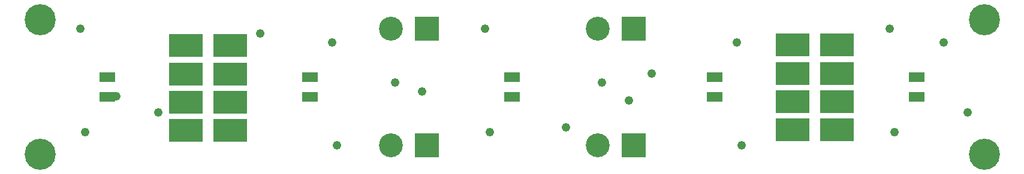
<source format=gbs>
%FSLAX25Y25*%
%MOIN*%
G70*
G01*
G75*
G04 Layer_Color=48896*
%ADD10P,0.08352X4X285.0*%
%ADD11P,0.08352X4X165.0*%
%ADD12R,0.05906X0.05906*%
%ADD13C,0.02500*%
%ADD14C,0.05000*%
%ADD15C,0.16500*%
%ADD16R,0.12500X0.12500*%
%ADD17C,0.12500*%
%ADD18C,0.04000*%
%ADD19R,0.17716X0.12205*%
%ADD20R,0.08000X0.05000*%
%ADD21C,0.01000*%
%ADD22C,0.01200*%
%ADD23P,0.06937X4X285.0*%
%ADD24P,0.06937X4X165.0*%
%ADD25R,0.04906X0.04906*%
%ADD26R,0.16716X0.11205*%
%ADD27R,0.07000X0.04000*%
%ADD28P,0.09483X4X285.0*%
%ADD29P,0.09483X4X165.0*%
%ADD30R,0.06706X0.06706*%
%ADD31C,0.17300*%
%ADD32R,0.13300X0.13300*%
%ADD33C,0.13300*%
%ADD34C,0.04800*%
%ADD35R,0.18517X0.13005*%
%ADD36R,0.08800X0.05800*%
D31*
X762500Y637500D02*
D03*
Y562500D02*
D03*
X237500D02*
D03*
Y637500D02*
D03*
D32*
X452500Y632500D02*
D03*
Y567500D02*
D03*
X567500D02*
D03*
Y632500D02*
D03*
D33*
X432500D02*
D03*
Y567500D02*
D03*
X547500D02*
D03*
Y632500D02*
D03*
D34*
X402500Y567500D02*
D03*
X400000Y625000D02*
D03*
X360000Y630000D02*
D03*
X627500Y567500D02*
D03*
X625000Y625000D02*
D03*
X577500Y607500D02*
D03*
X710000Y632500D02*
D03*
X712500Y575000D02*
D03*
X753290Y585789D02*
D03*
X485000Y632500D02*
D03*
X487500Y575000D02*
D03*
X530000Y577500D02*
D03*
X317500D02*
D03*
X303290Y585789D02*
D03*
X262500Y575000D02*
D03*
X260000Y632500D02*
D03*
X740000Y625000D02*
D03*
X682500Y590000D02*
D03*
X499298Y595000D02*
D03*
X280000D02*
D03*
X565000Y592500D02*
D03*
X550000Y602500D02*
D03*
X450000Y597500D02*
D03*
X435000Y602500D02*
D03*
D35*
X343300Y623096D02*
D03*
X318694D02*
D03*
X343300Y607348D02*
D03*
Y591600D02*
D03*
Y575852D02*
D03*
X318694Y607348D02*
D03*
Y591600D02*
D03*
Y575852D02*
D03*
X680600Y623400D02*
D03*
X655994D02*
D03*
X680600Y607652D02*
D03*
Y591904D02*
D03*
Y576156D02*
D03*
X655994Y607652D02*
D03*
Y591904D02*
D03*
Y576156D02*
D03*
D36*
X275000Y594500D02*
D03*
Y605500D02*
D03*
X387500Y594500D02*
D03*
Y605500D02*
D03*
X500000Y594500D02*
D03*
Y605500D02*
D03*
X612500Y594500D02*
D03*
Y605500D02*
D03*
X725000Y594500D02*
D03*
Y605500D02*
D03*
M02*

</source>
